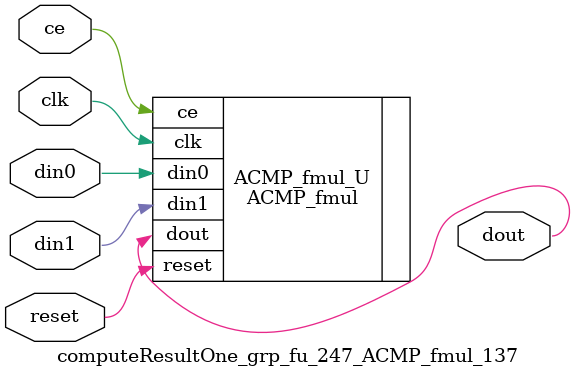
<source format=v>

`timescale 1 ns / 1 ps
module computeResultOne_grp_fu_247_ACMP_fmul_137(
    clk,
    reset,
    ce,
    din0,
    din1,
    dout);

parameter ID = 32'd1;
parameter NUM_STAGE = 32'd1;
parameter din0_WIDTH = 32'd1;
parameter din1_WIDTH = 32'd1;
parameter dout_WIDTH = 32'd1;
input clk;
input reset;
input ce;
input[din0_WIDTH - 1:0] din0;
input[din1_WIDTH - 1:0] din1;
output[dout_WIDTH - 1:0] dout;



ACMP_fmul #(
.ID( ID ),
.NUM_STAGE( 4 ),
.din0_WIDTH( din0_WIDTH ),
.din1_WIDTH( din1_WIDTH ),
.dout_WIDTH( dout_WIDTH ))
ACMP_fmul_U(
    .clk( clk ),
    .reset( reset ),
    .ce( ce ),
    .din0( din0 ),
    .din1( din1 ),
    .dout( dout ));

endmodule

</source>
